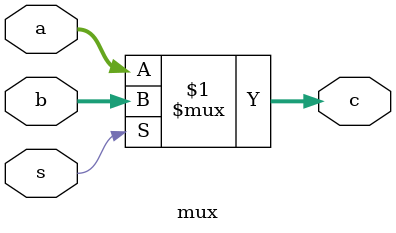
<source format=v>
module mux (output [31:0] c,
            input [31:0] a, b,
            input s);
  assign c = (s) ? b : a;
endmodule

</source>
